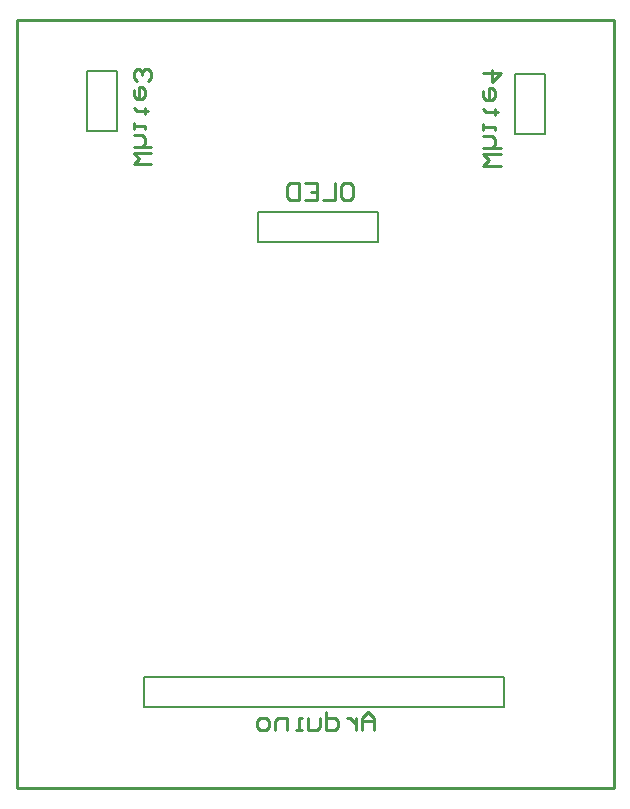
<source format=gbo>
%FSTAX23Y23*%
%MOIN*%
%SFA1B1*%

%IPPOS*%
%ADD11C,0.010000*%
%ADD32C,0.007870*%
%LNbuttonpanel-1*%
%LPD*%
G54D11*
X01614Y02075D02*
X01555D01*
X01574Y02094*
X01555Y02114*
X01614*
Y02134D02*
X01555D01*
X01584*
X01594Y02144*
Y02164*
X01584Y02174*
X01555*
Y02194D02*
Y02214D01*
Y02204*
X01594*
Y02194*
X01604Y02254D02*
X01594D01*
Y02244*
Y02264*
Y02254*
X01565*
X01555Y02264*
Y02324D02*
Y02304D01*
X01565Y02294*
X01584*
X01594Y02304*
Y02324*
X01584Y02334*
X01574*
Y02294*
X01555Y02384D02*
X01614D01*
X01584Y02354*
Y02394*
X00449Y0208D02*
X0039D01*
X00409Y02099*
X0039Y02119*
X00449*
Y02139D02*
X0039D01*
X00419*
X00429Y02149*
Y02169*
X00419Y02179*
X0039*
Y02199D02*
Y02219D01*
Y02209*
X00429*
Y02199*
X00439Y02259D02*
X00429D01*
Y02249*
Y02269*
Y02259*
X004*
X0039Y02269*
Y02329D02*
Y02309D01*
X004Y02299*
X00419*
X00429Y02309*
Y02329*
X00419Y02339*
X00409*
Y02299*
X00439Y02359D02*
X00449Y02369D01*
Y02389*
X00439Y02399*
X00429*
X00419Y02389*
Y02379*
Y02389*
X00409Y02399*
X004*
X0039Y02389*
Y02369*
X004Y02359*
X0109Y02019D02*
X0111D01*
X0112Y02009*
Y0197*
X0111Y0196*
X0109*
X0108Y0197*
Y02009*
X0109Y02019*
X0106D02*
Y0196D01*
X0102*
X0096Y02019D02*
X01D01*
Y0196*
X0096*
X01Y01989D02*
X0098D01*
X0094Y02019D02*
Y0196D01*
X0091*
X009Y0197*
Y02009*
X0091Y02019*
X0094*
X0119Y00195D02*
Y00234D01*
X0117Y00254*
X0115Y00234*
Y00195*
Y00224*
X0119*
X0113Y00234D02*
Y00195D01*
Y00214*
X0112Y00224*
X0111Y00234*
X011*
X0103Y00254D02*
Y00195D01*
X0106*
X0107Y00205*
Y00224*
X0106Y00234*
X0103*
X0101D02*
Y00205D01*
X01Y00195*
X0097*
Y00234*
X0095Y00195D02*
X0093D01*
X0094*
Y00234*
X0095*
X009Y00195D02*
Y00234D01*
X0087*
X0086Y00224*
Y00195*
X0083D02*
X0081D01*
X008Y00205*
Y00224*
X0081Y00234*
X0083*
X0084Y00224*
Y00205*
X0083Y00195*
X0Y0D02*
Y0256D01*
Y0D02*
X0199D01*
Y0256*
X0D02*
X0199D01*
G54D32*
X00235Y0239D02*
X00335D01*
X00235Y0219D02*
Y0239D01*
Y0219D02*
X00335D01*
Y0239*
X0166Y0218D02*
X0176D01*
Y0238*
X0166D02*
X0176D01*
X0166Y0218D02*
Y0238D01*
X01205Y0182D02*
Y0192D01*
X00805D02*
X01205D01*
X00805Y0182D02*
X01205D01*
X00805D02*
Y0192D01*
X005Y0027D02*
X01625D01*
X00425D02*
X005D01*
X00425D02*
Y0037D01*
X01625*
Y0027D02*
Y0037D01*
M02*
</source>
